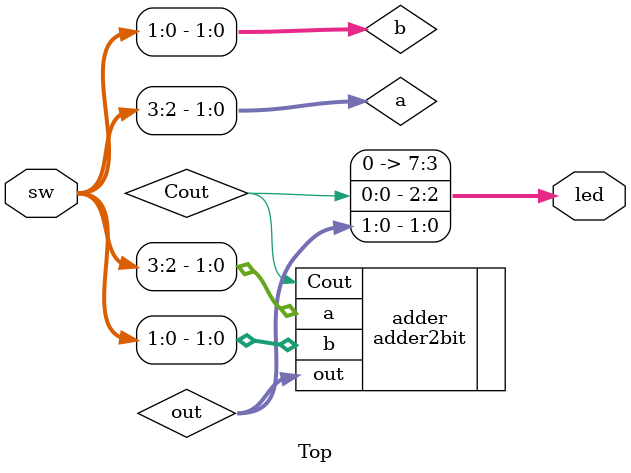
<source format=v>
module Top(
    input wire [3:0] sw,
    output wire [7:0] led
);
wire [1:0] a;
wire [1:0] b;
wire [1:0] out;
wire [1:0] Count;
assign a = sw[3:2];
assign b = sw[1:0];
adder2bit adder(
    .a(a),
    .b(b),
    .out(out),
    .Cout(Cout)
);
assign led = {{5'b0}, {Cout}, {out}};
endmodule
</source>
